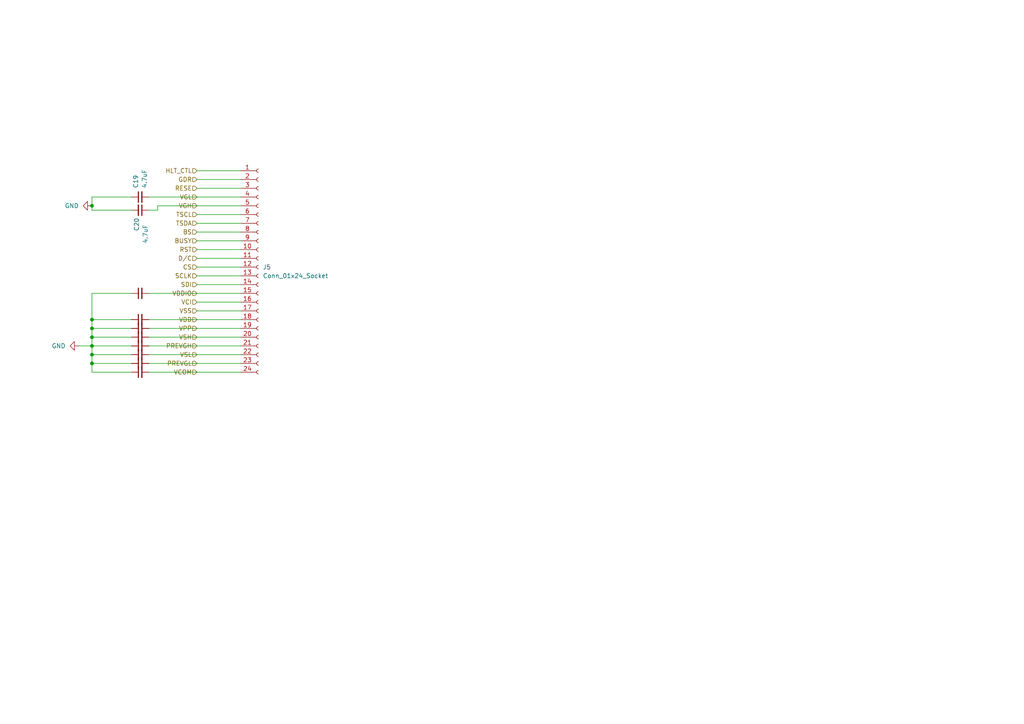
<source format=kicad_sch>
(kicad_sch (version 20231120) (generator "eeschema") (generator_version "8.0")
  (paper "A4")
  (lib_symbols
    (symbol "Connector:Conn_01x24_Socket" (pin_names (offset 1.016) hide)
      (property "Reference" "J" (at 0 30.48 0))
      (property "Value" "Conn_01x24_Socket" (at 0 -33.02 0))
      (symbol "Conn_01x24_Socket_1_1"
        (arc (start 0 -29.972) (mid -0.5058 -30.48) (end 0 -30.988) (stroke (width 0.1524)))
        (arc (start 0 -27.432) (mid -0.5058 -27.94) (end 0 -28.448) (stroke (width 0.1524)))
        (arc (start 0 -24.892) (mid -0.5058 -25.4) (end 0 -25.908) (stroke (width 0.1524)))
        (arc (start 0 -22.352) (mid -0.5058 -22.86) (end 0 -23.368) (stroke (width 0.1524)))
        (arc (start 0 -19.812) (mid -0.5058 -20.32) (end 0 -20.828) (stroke (width 0.1524)))
        (arc (start 0 -17.272) (mid -0.5058 -17.78) (end 0 -18.288) (stroke (width 0.1524)))
        (arc (start 0 -14.732) (mid -0.5058 -15.24) (end 0 -15.748) (stroke (width 0.1524)))
        (arc (start 0 -12.192) (mid -0.5058 -12.7) (end 0 -13.208) (stroke (width 0.1524)))
        (arc (start 0 -9.652) (mid -0.5058 -10.16) (end 0 -10.668) (stroke (width 0.1524)))
        (arc (start 0 -7.112) (mid -0.5058 -7.62) (end 0 -8.128) (stroke (width 0.1524)))
        (arc (start 0 -4.572) (mid -0.5058 -5.08) (end 0 -5.588) (stroke (width 0.1524)))
        (arc (start 0 -2.032) (mid -0.5058 -2.54) (end 0 -3.048) (stroke (width 0.1524)))
        (polyline (pts (xy -1.27 -30.48) (xy -0.508 -30.48)) (stroke (width 0.1524)))
        (polyline (pts (xy -1.27 -27.94) (xy -0.508 -27.94)) (stroke (width 0.1524)))
        (polyline (pts (xy -1.27 -25.4) (xy -0.508 -25.4)) (stroke (width 0.1524)))
        (polyline (pts (xy -1.27 -22.86) (xy -0.508 -22.86)) (stroke (width 0.1524)))
        (polyline (pts (xy -1.27 -20.32) (xy -0.508 -20.32)) (stroke (width 0.1524)))
        (polyline (pts (xy -1.27 -17.78) (xy -0.508 -17.78)) (stroke (width 0.1524)))
        (polyline (pts (xy -1.27 -15.24) (xy -0.508 -15.24)) (stroke (width 0.1524)))
        (polyline (pts (xy -1.27 -12.7) (xy -0.508 -12.7)) (stroke (width 0.1524)))
        (polyline (pts (xy -1.27 -10.16) (xy -0.508 -10.16)) (stroke (width 0.1524)))
        (polyline (pts (xy -1.27 -7.62) (xy -0.508 -7.62)) (stroke (width 0.1524)))
        (polyline (pts (xy -1.27 -5.08) (xy -0.508 -5.08)) (stroke (width 0.1524)))
        (polyline (pts (xy -1.27 -2.54) (xy -0.508 -2.54)) (stroke (width 0.1524)))
        (polyline (pts (xy -1.27 0) (xy -0.508 0)) (stroke (width 0.1524)))
        (polyline (pts (xy -1.27 2.54) (xy -0.508 2.54)) (stroke (width 0.1524)))
        (polyline (pts (xy -1.27 5.08) (xy -0.508 5.08)) (stroke (width 0.1524)))
        (polyline (pts (xy -1.27 7.62) (xy -0.508 7.62)) (stroke (width 0.1524)))
        (polyline (pts (xy -1.27 10.16) (xy -0.508 10.16)) (stroke (width 0.1524)))
        (polyline (pts (xy -1.27 12.7) (xy -0.508 12.7)) (stroke (width 0.1524)))
        (polyline (pts (xy -1.27 15.24) (xy -0.508 15.24)) (stroke (width 0.1524)))
        (polyline (pts (xy -1.27 17.78) (xy -0.508 17.78)) (stroke (width 0.1524)))
        (polyline (pts (xy -1.27 20.32) (xy -0.508 20.32)) (stroke (width 0.1524)))
        (polyline (pts (xy -1.27 22.86) (xy -0.508 22.86)) (stroke (width 0.1524)))
        (polyline (pts (xy -1.27 25.4) (xy -0.508 25.4)) (stroke (width 0.1524)))
        (polyline (pts (xy -1.27 27.94) (xy -0.508 27.94)) (stroke (width 0.1524)))
        (arc (start 0 0.508) (mid -0.5058 0) (end 0 -0.508) (stroke (width 0.1524)))
        (arc (start 0 3.048) (mid -0.5058 2.54) (end 0 2.032) (stroke (width 0.1524)))
        (arc (start 0 5.588) (mid -0.5058 5.08) (end 0 4.572) (stroke (width 0.1524)))
        (arc (start 0 8.128) (mid -0.5058 7.62) (end 0 7.112) (stroke (width 0.1524)))
        (arc (start 0 10.668) (mid -0.5058 10.16) (end 0 9.652) (stroke (width 0.1524)))
        (arc (start 0 13.208) (mid -0.5058 12.7) (end 0 12.192) (stroke (width 0.1524)))
        (arc (start 0 15.748) (mid -0.5058 15.24) (end 0 14.732) (stroke (width 0.1524)))
        (arc (start 0 18.288) (mid -0.5058 17.78) (end 0 17.272) (stroke (width 0.1524)))
        (arc (start 0 20.828) (mid -0.5058 20.32) (end 0 19.812) (stroke (width 0.1524)))
        (arc (start 0 23.368) (mid -0.5058 22.86) (end 0 22.352) (stroke (width 0.1524)))
        (arc (start 0 25.908) (mid -0.5058 25.4) (end 0 24.892) (stroke (width 0.1524)))
        (arc (start 0 28.448) (mid -0.5058 27.94) (end 0 27.432) (stroke (width 0.1524)))
        (pin passive line (at -5.08 27.94 0) (length 3.81) (name "Pin_1") (number "1"))
        (pin passive line (at -5.08 5.08 0) (length 3.81) (name "Pin_10") (number "10"))
        (pin passive line (at -5.08 2.54 0) (length 3.81) (name "Pin_11") (number "11"))
        (pin passive line (at -5.08 0 0) (length 3.81) (name "Pin_12") (number "12"))
        (pin passive line (at -5.08 -2.54 0) (length 3.81) (name "Pin_13") (number "13"))
        (pin passive line (at -5.08 -5.08 0) (length 3.81) (name "Pin_14") (number "14"))
        (pin passive line (at -5.08 -7.62 0) (length 3.81) (name "Pin_15") (number "15"))
        (pin passive line (at -5.08 -10.16 0) (length 3.81) (name "Pin_16") (number "16"))
        (pin passive line (at -5.08 -12.7 0) (length 3.81) (name "Pin_17") (number "17"))
        (pin passive line (at -5.08 -15.24 0) (length 3.81) (name "Pin_18") (number "18"))
        (pin passive line (at -5.08 -17.78 0) (length 3.81) (name "Pin_19") (number "19"))
        (pin passive line (at -5.08 25.4 0) (length 3.81) (name "Pin_2") (number "2"))
        (pin passive line (at -5.08 -20.32 0) (length 3.81) (name "Pin_20") (number "20"))
        (pin passive line (at -5.08 -22.86 0) (length 3.81) (name "Pin_21") (number "21"))
        (pin passive line (at -5.08 -25.4 0) (length 3.81) (name "Pin_22") (number "22"))
        (pin passive line (at -5.08 -27.94 0) (length 3.81) (name "Pin_23") (number "23"))
        (pin passive line (at -5.08 -30.48 0) (length 3.81) (name "Pin_24") (number "24"))
        (pin passive line (at -5.08 22.86 0) (length 3.81) (name "Pin_3") (number "3"))
        (pin passive line (at -5.08 20.32 0) (length 3.81) (name "Pin_4") (number "4"))
        (pin passive line (at -5.08 17.78 0) (length 3.81) (name "Pin_5") (number "5"))
        (pin passive line (at -5.08 15.24 0) (length 3.81) (name "Pin_6") (number "6"))
        (pin passive line (at -5.08 12.7 0) (length 3.81) (name "Pin_7") (number "7"))
        (pin passive line (at -5.08 10.16 0) (length 3.81) (name "Pin_8") (number "8"))
        (pin passive line (at -5.08 7.62 0) (length 3.81) (name "Pin_9") (number "9"))
      )
    )
    (symbol "Device:C_Small" (pin_numbers hide) (pin_names (offset 0.254) hide)
      (property "Reference" "C" (at 0.254 1.778 0))
      (property "Value" "C_Small" (at 0.254 -2.032 0))
      (symbol "C_Small_0_1"
        (polyline (pts (xy -1.524 -0.508) (xy 1.524 -0.508)) (stroke (width 0.3302)))
        (polyline (pts (xy -1.524 0.508) (xy 1.524 0.508)) (stroke (width 0.3048)))
      )
      (symbol "C_Small_1_1"
        (pin passive line (at 0 2.54 270) (length 2.032) (name "~") (number "1"))
        (pin passive line (at 0 -2.54 90) (length 2.032) (name "~") (number "2"))
      )
    )
    (symbol "power:GND" (power) (pin_numbers hide) (pin_names (offset 0) hide)
      (property "Value" "GND" (at 0 -3.81 0))
      (symbol "GND_0_1"
        (polyline (pts (xy 0 0) (xy 0 -1.27) (xy 1.27 -1.27) (xy 0 -2.54) (xy -1.27 -1.27) (xy 0 -1.27)))
      )
      (symbol "GND_1_1"
        (pin power_in line (at 0 0 270) (length 0) (name "~") (number "1"))
      )
    )
  )
  (junction (at 26.67 105.41))
  (junction (at 26.67 97.79))
  (junction (at 26.67 100.33))
  (junction (at 26.67 102.87))
  (junction (at 26.67 95.25))
  (junction (at 26.67 59.69))
  (junction (at 26.67 92.71))
  (wire (pts (xy 57.15 77.47) (xy 69.85 77.47)))
  (wire (pts (xy 26.67 102.87) (xy 26.67 105.41)))
  (wire (pts (xy 26.67 85.09) (xy 26.67 92.71)))
  (wire (pts (xy 57.15 87.63) (xy 69.85 87.63)))
  (wire (pts (xy 57.15 49.53) (xy 69.85 49.53)))
  (wire (pts (xy 38.1 85.09) (xy 26.67 85.09)))
  (wire (pts (xy 38.1 92.71) (xy 26.67 92.71)))
  (wire (pts (xy 26.67 105.41) (xy 26.67 107.95)))
  (wire (pts (xy 43.18 97.79) (xy 69.85 97.79)))
  (wire (pts (xy 26.67 100.33) (xy 26.67 102.87)))
  (wire (pts (xy 26.67 92.71) (xy 26.67 95.25)))
  (wire (pts (xy 26.67 95.25) (xy 26.67 97.79)))
  (wire (pts (xy 26.67 57.15) (xy 26.67 59.69)))
  (wire (pts (xy 43.18 105.41) (xy 69.85 105.41)))
  (wire (pts (xy 26.67 95.25) (xy 38.1 95.25)))
  (wire (pts (xy 57.15 90.17) (xy 69.85 90.17)))
  (wire (pts (xy 26.67 60.96) (xy 38.1 60.96)))
  (wire (pts (xy 26.67 102.87) (xy 38.1 102.87)))
  (wire (pts (xy 43.18 95.25) (xy 69.85 95.25)))
  (wire (pts (xy 57.15 67.31) (xy 69.85 67.31)))
  (wire (pts (xy 26.67 59.69) (xy 26.67 60.96)))
  (wire (pts (xy 26.67 105.41) (xy 38.1 105.41)))
  (wire (pts (xy 26.67 100.33) (xy 38.1 100.33)))
  (wire (pts (xy 45.72 60.96) (xy 45.72 59.69)))
  (wire (pts (xy 26.67 107.95) (xy 38.1 107.95)))
  (wire (pts (xy 26.67 97.79) (xy 26.67 100.33)))
  (wire (pts (xy 43.18 57.15) (xy 69.85 57.15)))
  (wire (pts (xy 57.15 64.77) (xy 69.85 64.77)))
  (wire (pts (xy 22.86 100.33) (xy 26.67 100.33)))
  (wire (pts (xy 43.18 85.09) (xy 69.85 85.09)))
  (wire (pts (xy 43.18 102.87) (xy 69.85 102.87)))
  (wire (pts (xy 57.15 72.39) (xy 69.85 72.39)))
  (wire (pts (xy 26.67 97.79) (xy 38.1 97.79)))
  (wire (pts (xy 43.18 60.96) (xy 45.72 60.96)))
  (wire (pts (xy 57.15 69.85) (xy 69.85 69.85)))
  (wire (pts (xy 43.18 107.95) (xy 69.85 107.95)))
  (wire (pts (xy 57.15 80.01) (xy 69.85 80.01)))
  (wire (pts (xy 57.15 54.61) (xy 69.85 54.61)))
  (wire (pts (xy 57.15 62.23) (xy 69.85 62.23)))
  (wire (pts (xy 43.18 92.71) (xy 69.85 92.71)))
  (wire (pts (xy 57.15 82.55) (xy 69.85 82.55)))
  (wire (pts (xy 57.15 74.93) (xy 69.85 74.93)))
  (wire (pts (xy 38.1 57.15) (xy 26.67 57.15)))
  (wire (pts (xy 43.18 100.33) (xy 69.85 100.33)))
  (wire (pts (xy 45.72 59.69) (xy 69.85 59.69)))
  (wire (pts (xy 57.15 52.07) (xy 69.85 52.07)))
  (hierarchical_label "VCOM" (shape input) (at 57.15 107.95 180))
  (hierarchical_label "VGH" (shape input) (at 57.15 59.69 180))
  (hierarchical_label "PREVGH" (shape input) (at 57.15 100.33 180))
  (hierarchical_label "SCLK" (shape input) (at 57.15 80.01 180))
  (hierarchical_label "BUSY" (shape input) (at 57.15 69.85 180))
  (hierarchical_label "VSL" (shape input) (at 57.15 102.87 180))
  (hierarchical_label "GDR" (shape input) (at 57.15 52.07 180))
  (hierarchical_label "RST" (shape input) (at 57.15 72.39 180))
  (hierarchical_label "VDD" (shape input) (at 57.15 92.71 180))
  (hierarchical_label "BS" (shape input) (at 57.15 67.31 180))
  (hierarchical_label "CS" (shape input) (at 57.15 77.47 180))
  (hierarchical_label "TSCL" (shape input) (at 57.15 62.23 180))
  (hierarchical_label "D{slash}C" (shape input) (at 57.15 74.93 180))
  (hierarchical_label "HLT_CTL" (shape input) (at 57.15 49.53 180))
  (hierarchical_label "VCI" (shape input) (at 57.15 87.63 180))
  (hierarchical_label "VGL" (shape input) (at 57.15 57.15 180))
  (hierarchical_label "RESE" (shape input) (at 57.15 54.61 180))
  (hierarchical_label "VSS" (shape input) (at 57.15 90.17 180))
  (hierarchical_label "VPP" (shape input) (at 57.15 95.25 180))
  (hierarchical_label "VDDIO" (shape input) (at 57.15 85.09 180))
  (hierarchical_label "TSDA" (shape input) (at 57.15 64.77 180))
  (hierarchical_label "SDI" (shape input) (at 57.15 82.55 180))
  (hierarchical_label "PREVGL" (shape input) (at 57.15 105.41 180))
  (hierarchical_label "VSH" (shape input) (at 57.15 97.79 180))
  (symbol (lib_id "Device:C_Small") (at 40.64 92.71 90) (unit 1)
    (property "Reference" "C21" (effects (hide yes)))
    (property "Value" "4.7uF" (effects (hide yes)))
    (property "Description" "Unpolarized capacitor, small symbol" (effects (hide yes)))
  )
  (symbol (lib_id "Device:C_Small") (at 40.64 57.15 90) (unit 1)
    (property "Reference" "C19" (at 39.3762 54.61 0) (effects (justify left)))
    (property "Value" "4.7uF" (at 41.9162 54.61 0) (effects (justify left)))
    (property "Description" "Unpolarized capacitor, small symbol" (effects (hide yes)))
  )
  (symbol (lib_id "Device:C_Small") (at 40.64 95.25 90) (unit 1)
    (property "Reference" "C22" (effects (hide yes)))
    (property "Value" "4.7uF" (effects (hide yes)))
    (property "Description" "Unpolarized capacitor, small symbol" (effects (hide yes)))
  )
  (symbol (lib_id "Device:C_Small") (at 40.64 85.09 90) (unit 1)
    (property "Reference" "C26" (effects (hide yes)))
    (property "Value" "4.7uF" (effects (hide yes)))
    (property "Description" "Unpolarized capacitor, small symbol" (effects (hide yes)))
  )
  (symbol (lib_id "Device:C_Small") (at 40.64 102.87 90) (unit 1)
    (property "Reference" "C25" (effects (hide yes)))
    (property "Value" "4.7uF" (effects (hide yes)))
    (property "Description" "Unpolarized capacitor, small symbol" (effects (hide yes)))
  )
  (symbol (lib_id "power:GND") (at 26.67 59.69 270) (unit 1)
    (property "Reference" "#PWR034" (effects (hide yes)))
    (property "Value" "GND" (at 22.86 59.6899 90) (effects (justify right)))
    (property "Description" "Power symbol creates a global label with name \"GND\" , ground" (effects (hide yes)))
  )
  (symbol (lib_id "Device:C_Small") (at 40.64 60.96 270) (mirror x) (unit 1)
    (property "Reference" "C20" (at 39.624 67.056 0) (effects (justify left)))
    (property "Value" "4.7uF" (at 42.164 70.612 0) (effects (justify left)))
    (property "Description" "Unpolarized capacitor, small symbol" (effects (hide yes)))
  )
  (symbol (lib_id "Device:C_Small") (at 40.64 107.95 90) (unit 1)
    (property "Reference" "C28" (effects (hide yes)))
    (property "Value" "4.7uF" (effects (hide yes)))
    (property "Description" "Unpolarized capacitor, small symbol" (effects (hide yes)))
  )
  (symbol (lib_id "power:GND") (at 22.86 100.33 270) (unit 1)
    (property "Reference" "#PWR035" (effects (hide yes)))
    (property "Value" "GND" (at 19.05 100.3299 90) (effects (justify right)))
    (property "Description" "Power symbol creates a global label with name \"GND\" , ground" (effects (hide yes)))
  )
  (symbol (lib_id "Device:C_Small") (at 40.64 97.79 90) (unit 1)
    (property "Reference" "C23" (effects (hide yes)))
    (property "Value" "4.7uF" (effects (hide yes)))
    (property "Description" "Unpolarized capacitor, small symbol" (effects (hide yes)))
  )
  (symbol (lib_id "Connector:Conn_01x24_Socket") (at 74.93 77.47 0) (unit 1)
    (property "Reference" "J5" (at 76.2 77.4699 0) (effects (justify left)))
    (property "Value" "Conn_01x24_Socket" (at 76.2 80.0099 0) (effects (justify left)))
    (property "Description" "Generic connector, single row, 01x24, script generated" (effects (hide yes)))
  )
  (symbol (lib_id "Device:C_Small") (at 40.64 100.33 90) (unit 1)
    (property "Reference" "C24" (effects (hide yes)))
    (property "Value" "4.7uF" (effects (hide yes)))
    (property "Description" "Unpolarized capacitor, small symbol" (effects (hide yes)))
  )
  (symbol (lib_id "Device:C_Small") (at 40.64 105.41 90) (unit 1)
    (property "Reference" "C27" (effects (hide yes)))
    (property "Value" "4.7uF" (effects (hide yes)))
    (property "Description" "Unpolarized capacitor, small symbol" (effects (hide yes)))
  )
)
</source>
